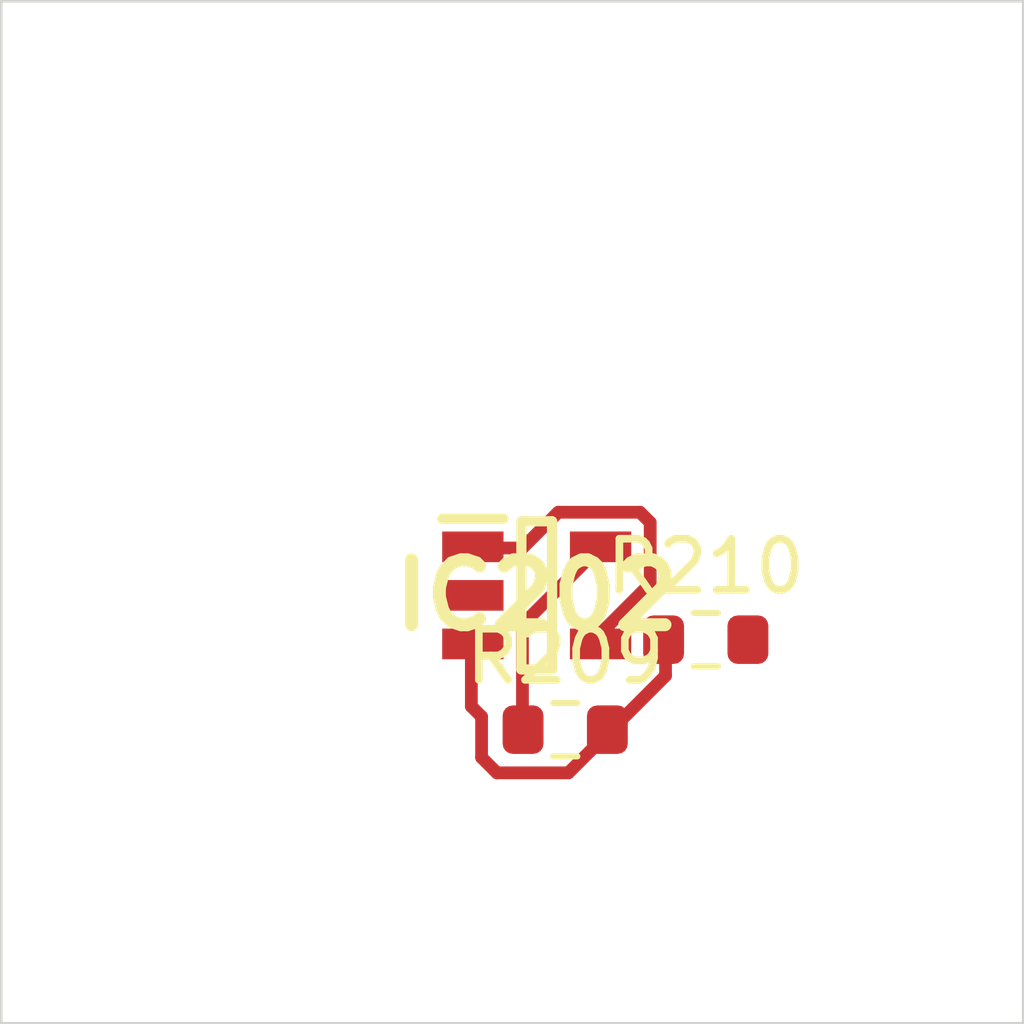
<source format=kicad_pcb>
 ( kicad_pcb  ( version 20171130 )
 ( host pcbnew 5.1.12-84ad8e8a86~92~ubuntu18.04.1 )
 ( general  ( thickness 1.6 )
 ( drawings 4 )
 ( tracks 0 )
 ( zones 0 )
 ( modules 3 )
 ( nets 5 )
)
 ( page A4 )
 ( layers  ( 0 F.Cu signal )
 ( 31 B.Cu signal )
 ( 32 B.Adhes user )
 ( 33 F.Adhes user )
 ( 34 B.Paste user )
 ( 35 F.Paste user )
 ( 36 B.SilkS user )
 ( 37 F.SilkS user )
 ( 38 B.Mask user )
 ( 39 F.Mask user )
 ( 40 Dwgs.User user )
 ( 41 Cmts.User user )
 ( 42 Eco1.User user )
 ( 43 Eco2.User user )
 ( 44 Edge.Cuts user )
 ( 45 Margin user )
 ( 46 B.CrtYd user )
 ( 47 F.CrtYd user )
 ( 48 B.Fab user )
 ( 49 F.Fab user )
)
 ( setup  ( last_trace_width 0.25 )
 ( trace_clearance 0.2 )
 ( zone_clearance 0.508 )
 ( zone_45_only no )
 ( trace_min 0.2 )
 ( via_size 0.8 )
 ( via_drill 0.4 )
 ( via_min_size 0.4 )
 ( via_min_drill 0.3 )
 ( uvia_size 0.3 )
 ( uvia_drill 0.1 )
 ( uvias_allowed no )
 ( uvia_min_size 0.2 )
 ( uvia_min_drill 0.1 )
 ( edge_width 0.05 )
 ( segment_width 0.2 )
 ( pcb_text_width 0.3 )
 ( pcb_text_size 1.5 1.5 )
 ( mod_edge_width 0.12 )
 ( mod_text_size 1 1 )
 ( mod_text_width 0.15 )
 ( pad_size 1.524 1.524 )
 ( pad_drill 0.762 )
 ( pad_to_mask_clearance 0 )
 ( aux_axis_origin 0 0 )
 ( visible_elements FFFFFF7F )
 ( pcbplotparams  ( layerselection 0x010fc_ffffffff )
 ( usegerberextensions false )
 ( usegerberattributes true )
 ( usegerberadvancedattributes true )
 ( creategerberjobfile true )
 ( excludeedgelayer true )
 ( linewidth 0.100000 )
 ( plotframeref false )
 ( viasonmask false )
 ( mode 1 )
 ( useauxorigin false )
 ( hpglpennumber 1 )
 ( hpglpenspeed 20 )
 ( hpglpendiameter 15.000000 )
 ( psnegative false )
 ( psa4output false )
 ( plotreference true )
 ( plotvalue true )
 ( plotinvisibletext false )
 ( padsonsilk false )
 ( subtractmaskfromsilk false )
 ( outputformat 1 )
 ( mirror false )
 ( drillshape 1 )
 ( scaleselection 1 )
 ( outputdirectory "" )
)
)
 ( net 0 "" )
 ( net 1 GND )
 ( net 2 VDDA )
 ( net 3 /Sheet6235D886/vp )
 ( net 4 "Net-(IC202-Pad3)" )
 ( net_class Default "This is the default net class."  ( clearance 0.2 )
 ( trace_width 0.25 )
 ( via_dia 0.8 )
 ( via_drill 0.4 )
 ( uvia_dia 0.3 )
 ( uvia_drill 0.1 )
 ( add_net /Sheet6235D886/vp )
 ( add_net GND )
 ( add_net "Net-(IC202-Pad3)" )
 ( add_net VDDA )
)
 ( module SOT95P280X145-5N locked  ( layer F.Cu )
 ( tedit 62336ED7 )
 ( tstamp 623423ED )
 ( at 90.479100 111.627000 )
 ( descr DBV0005A )
 ( tags "Integrated Circuit" )
 ( path /6235D887/6266C08E )
 ( attr smd )
 ( fp_text reference IC202  ( at 0 0 )
 ( layer F.SilkS )
 ( effects  ( font  ( size 1.27 1.27 )
 ( thickness 0.254 )
)
)
)
 ( fp_text value TL071HIDBVR  ( at 0 0 )
 ( layer F.SilkS )
hide  ( effects  ( font  ( size 1.27 1.27 )
 ( thickness 0.254 )
)
)
)
 ( fp_line  ( start -1.85 -1.5 )
 ( end -0.65 -1.5 )
 ( layer F.SilkS )
 ( width 0.2 )
)
 ( fp_line  ( start -0.3 1.45 )
 ( end -0.3 -1.45 )
 ( layer F.SilkS )
 ( width 0.2 )
)
 ( fp_line  ( start 0.3 1.45 )
 ( end -0.3 1.45 )
 ( layer F.SilkS )
 ( width 0.2 )
)
 ( fp_line  ( start 0.3 -1.45 )
 ( end 0.3 1.45 )
 ( layer F.SilkS )
 ( width 0.2 )
)
 ( fp_line  ( start -0.3 -1.45 )
 ( end 0.3 -1.45 )
 ( layer F.SilkS )
 ( width 0.2 )
)
 ( fp_line  ( start -0.8 -0.5 )
 ( end 0.15 -1.45 )
 ( layer Dwgs.User )
 ( width 0.1 )
)
 ( fp_line  ( start -0.8 1.45 )
 ( end -0.8 -1.45 )
 ( layer Dwgs.User )
 ( width 0.1 )
)
 ( fp_line  ( start 0.8 1.45 )
 ( end -0.8 1.45 )
 ( layer Dwgs.User )
 ( width 0.1 )
)
 ( fp_line  ( start 0.8 -1.45 )
 ( end 0.8 1.45 )
 ( layer Dwgs.User )
 ( width 0.1 )
)
 ( fp_line  ( start -0.8 -1.45 )
 ( end 0.8 -1.45 )
 ( layer Dwgs.User )
 ( width 0.1 )
)
 ( fp_line  ( start -2.1 1.775 )
 ( end -2.1 -1.775 )
 ( layer Dwgs.User )
 ( width 0.05 )
)
 ( fp_line  ( start 2.1 1.775 )
 ( end -2.1 1.775 )
 ( layer Dwgs.User )
 ( width 0.05 )
)
 ( fp_line  ( start 2.1 -1.775 )
 ( end 2.1 1.775 )
 ( layer Dwgs.User )
 ( width 0.05 )
)
 ( fp_line  ( start -2.1 -1.775 )
 ( end 2.1 -1.775 )
 ( layer Dwgs.User )
 ( width 0.05 )
)
 ( pad 1 smd rect  ( at -1.25 -0.95 90.000000 )
 ( size 0.6 1.2 )
 ( layers F.Cu F.Mask F.Paste )
 ( net 3 /Sheet6235D886/vp )
)
 ( pad 2 smd rect  ( at -1.25 0 90.000000 )
 ( size 0.6 1.2 )
 ( layers F.Cu F.Mask F.Paste )
 ( net 1 GND )
)
 ( pad 3 smd rect  ( at -1.25 0.95 90.000000 )
 ( size 0.6 1.2 )
 ( layers F.Cu F.Mask F.Paste )
 ( net 4 "Net-(IC202-Pad3)" )
)
 ( pad 4 smd rect  ( at 1.25 0.95 90.000000 )
 ( size 0.6 1.2 )
 ( layers F.Cu F.Mask F.Paste )
 ( net 3 /Sheet6235D886/vp )
)
 ( pad 5 smd rect  ( at 1.25 -0.95 90.000000 )
 ( size 0.6 1.2 )
 ( layers F.Cu F.Mask F.Paste )
 ( net 2 VDDA )
)
)
 ( module Resistor_SMD:R_0603_1608Metric  ( layer F.Cu )
 ( tedit 5F68FEEE )
 ( tstamp 62342595 )
 ( at 91.036900 114.255000 )
 ( descr "Resistor SMD 0603 (1608 Metric), square (rectangular) end terminal, IPC_7351 nominal, (Body size source: IPC-SM-782 page 72, https://www.pcb-3d.com/wordpress/wp-content/uploads/ipc-sm-782a_amendment_1_and_2.pdf), generated with kicad-footprint-generator" )
 ( tags resistor )
 ( path /6235D887/623CDBD9 )
 ( attr smd )
 ( fp_text reference R209  ( at 0 -1.43 )
 ( layer F.SilkS )
 ( effects  ( font  ( size 1 1 )
 ( thickness 0.15 )
)
)
)
 ( fp_text value 100k  ( at 0 1.43 )
 ( layer F.Fab )
 ( effects  ( font  ( size 1 1 )
 ( thickness 0.15 )
)
)
)
 ( fp_line  ( start -0.8 0.4125 )
 ( end -0.8 -0.4125 )
 ( layer F.Fab )
 ( width 0.1 )
)
 ( fp_line  ( start -0.8 -0.4125 )
 ( end 0.8 -0.4125 )
 ( layer F.Fab )
 ( width 0.1 )
)
 ( fp_line  ( start 0.8 -0.4125 )
 ( end 0.8 0.4125 )
 ( layer F.Fab )
 ( width 0.1 )
)
 ( fp_line  ( start 0.8 0.4125 )
 ( end -0.8 0.4125 )
 ( layer F.Fab )
 ( width 0.1 )
)
 ( fp_line  ( start -0.237258 -0.5225 )
 ( end 0.237258 -0.5225 )
 ( layer F.SilkS )
 ( width 0.12 )
)
 ( fp_line  ( start -0.237258 0.5225 )
 ( end 0.237258 0.5225 )
 ( layer F.SilkS )
 ( width 0.12 )
)
 ( fp_line  ( start -1.48 0.73 )
 ( end -1.48 -0.73 )
 ( layer F.CrtYd )
 ( width 0.05 )
)
 ( fp_line  ( start -1.48 -0.73 )
 ( end 1.48 -0.73 )
 ( layer F.CrtYd )
 ( width 0.05 )
)
 ( fp_line  ( start 1.48 -0.73 )
 ( end 1.48 0.73 )
 ( layer F.CrtYd )
 ( width 0.05 )
)
 ( fp_line  ( start 1.48 0.73 )
 ( end -1.48 0.73 )
 ( layer F.CrtYd )
 ( width 0.05 )
)
 ( fp_text user %R  ( at 0 0 )
 ( layer F.Fab )
 ( effects  ( font  ( size 0.4 0.4 )
 ( thickness 0.06 )
)
)
)
 ( pad 1 smd roundrect  ( at -0.825 0 )
 ( size 0.8 0.95 )
 ( layers F.Cu F.Mask F.Paste )
 ( roundrect_rratio 0.25 )
 ( net 2 VDDA )
)
 ( pad 2 smd roundrect  ( at 0.825 0 )
 ( size 0.8 0.95 )
 ( layers F.Cu F.Mask F.Paste )
 ( roundrect_rratio 0.25 )
 ( net 4 "Net-(IC202-Pad3)" )
)
 ( model ${KISYS3DMOD}/Resistor_SMD.3dshapes/R_0603_1608Metric.wrl  ( at  ( xyz 0 0 0 )
)
 ( scale  ( xyz 1 1 1 )
)
 ( rotate  ( xyz 0 0 0 )
)
)
)
 ( module Resistor_SMD:R_0603_1608Metric  ( layer F.Cu )
 ( tedit 5F68FEEE )
 ( tstamp 623425A6 )
 ( at 93.787500 112.494000 )
 ( descr "Resistor SMD 0603 (1608 Metric), square (rectangular) end terminal, IPC_7351 nominal, (Body size source: IPC-SM-782 page 72, https://www.pcb-3d.com/wordpress/wp-content/uploads/ipc-sm-782a_amendment_1_and_2.pdf), generated with kicad-footprint-generator" )
 ( tags resistor )
 ( path /6235D887/623CDBDF )
 ( attr smd )
 ( fp_text reference R210  ( at 0 -1.43 )
 ( layer F.SilkS )
 ( effects  ( font  ( size 1 1 )
 ( thickness 0.15 )
)
)
)
 ( fp_text value 100k  ( at 0 1.43 )
 ( layer F.Fab )
 ( effects  ( font  ( size 1 1 )
 ( thickness 0.15 )
)
)
)
 ( fp_line  ( start 1.48 0.73 )
 ( end -1.48 0.73 )
 ( layer F.CrtYd )
 ( width 0.05 )
)
 ( fp_line  ( start 1.48 -0.73 )
 ( end 1.48 0.73 )
 ( layer F.CrtYd )
 ( width 0.05 )
)
 ( fp_line  ( start -1.48 -0.73 )
 ( end 1.48 -0.73 )
 ( layer F.CrtYd )
 ( width 0.05 )
)
 ( fp_line  ( start -1.48 0.73 )
 ( end -1.48 -0.73 )
 ( layer F.CrtYd )
 ( width 0.05 )
)
 ( fp_line  ( start -0.237258 0.5225 )
 ( end 0.237258 0.5225 )
 ( layer F.SilkS )
 ( width 0.12 )
)
 ( fp_line  ( start -0.237258 -0.5225 )
 ( end 0.237258 -0.5225 )
 ( layer F.SilkS )
 ( width 0.12 )
)
 ( fp_line  ( start 0.8 0.4125 )
 ( end -0.8 0.4125 )
 ( layer F.Fab )
 ( width 0.1 )
)
 ( fp_line  ( start 0.8 -0.4125 )
 ( end 0.8 0.4125 )
 ( layer F.Fab )
 ( width 0.1 )
)
 ( fp_line  ( start -0.8 -0.4125 )
 ( end 0.8 -0.4125 )
 ( layer F.Fab )
 ( width 0.1 )
)
 ( fp_line  ( start -0.8 0.4125 )
 ( end -0.8 -0.4125 )
 ( layer F.Fab )
 ( width 0.1 )
)
 ( fp_text user %R  ( at 0 0 )
 ( layer F.Fab )
 ( effects  ( font  ( size 0.4 0.4 )
 ( thickness 0.06 )
)
)
)
 ( pad 2 smd roundrect  ( at 0.825 0 )
 ( size 0.8 0.95 )
 ( layers F.Cu F.Mask F.Paste )
 ( roundrect_rratio 0.25 )
 ( net 1 GND )
)
 ( pad 1 smd roundrect  ( at -0.825 0 )
 ( size 0.8 0.95 )
 ( layers F.Cu F.Mask F.Paste )
 ( roundrect_rratio 0.25 )
 ( net 4 "Net-(IC202-Pad3)" )
)
 ( model ${KISYS3DMOD}/Resistor_SMD.3dshapes/R_0603_1608Metric.wrl  ( at  ( xyz 0 0 0 )
)
 ( scale  ( xyz 1 1 1 )
)
 ( rotate  ( xyz 0 0 0 )
)
)
)
 ( gr_line  ( start 100 100 )
 ( end 100 120 )
 ( layer Edge.Cuts )
 ( width 0.05 )
 ( tstamp 62E770C4 )
)
 ( gr_line  ( start 80 120 )
 ( end 100 120 )
 ( layer Edge.Cuts )
 ( width 0.05 )
 ( tstamp 62E770C0 )
)
 ( gr_line  ( start 80 100 )
 ( end 100 100 )
 ( layer Edge.Cuts )
 ( width 0.05 )
 ( tstamp 6234110C )
)
 ( gr_line  ( start 80 100 )
 ( end 80 120 )
 ( layer Edge.Cuts )
 ( width 0.05 )
)
 ( segment  ( start 90.200001 114.300002 )
 ( end 90.200001 112.200002 )
 ( width 0.250000 )
 ( layer F.Cu )
 ( net 2 )
)
 ( segment  ( start 90.200001 112.200002 )
 ( end 91.700001 110.700002 )
 ( width 0.250000 )
 ( layer F.Cu )
 ( net 2 )
)
 ( segment  ( start 91.700001 112.600002 )
 ( end 91.700001 112.400002 )
 ( width 0.250000 )
 ( layer F.Cu )
 ( net 3 )
)
 ( segment  ( start 91.700001 112.400002 )
 ( end 92.700001 111.400002 )
 ( width 0.250000 )
 ( layer F.Cu )
 ( net 3 )
)
 ( segment  ( start 92.700001 111.400002 )
 ( end 92.700001 110.200002 )
 ( width 0.250000 )
 ( layer F.Cu )
 ( net 3 )
)
 ( segment  ( start 92.700001 110.200002 )
 ( end 92.500001 110.000002 )
 ( width 0.250000 )
 ( layer F.Cu )
 ( net 3 )
)
 ( segment  ( start 92.500001 110.000002 )
 ( end 90.900001 110.000002 )
 ( width 0.250000 )
 ( layer F.Cu )
 ( net 3 )
)
 ( segment  ( start 90.900001 110.000002 )
 ( end 90.200001 110.700002 )
 ( width 0.250000 )
 ( layer F.Cu )
 ( net 3 )
)
 ( segment  ( start 90.200001 110.700002 )
 ( end 89.200001 110.700002 )
 ( width 0.250000 )
 ( layer F.Cu )
 ( net 3 )
)
 ( segment  ( start 91.900001 114.300002 )
 ( end 91.100001 115.100002 )
 ( width 0.250000 )
 ( layer F.Cu )
 ( net 4 )
)
 ( segment  ( start 91.100001 115.100002 )
 ( end 89.700001 115.100002 )
 ( width 0.250000 )
 ( layer F.Cu )
 ( net 4 )
)
 ( segment  ( start 89.700001 115.100002 )
 ( end 89.400001 114.800002 )
 ( width 0.250000 )
 ( layer F.Cu )
 ( net 4 )
)
 ( segment  ( start 89.400001 114.800002 )
 ( end 89.400001 114.000002 )
 ( width 0.250000 )
 ( layer F.Cu )
 ( net 4 )
)
 ( segment  ( start 89.400001 114.000002 )
 ( end 89.200001 113.800002 )
 ( width 0.250000 )
 ( layer F.Cu )
 ( net 4 )
)
 ( segment  ( start 89.200001 113.800002 )
 ( end 89.200001 112.600002 )
 ( width 0.250000 )
 ( layer F.Cu )
 ( net 4 )
)
 ( segment  ( start 93.000001 112.500002 )
 ( end 93.000001 113.200002 )
 ( width 0.250000 )
 ( layer F.Cu )
 ( net 4 )
)
 ( segment  ( start 93.000001 113.200002 )
 ( end 91.900001 114.300002 )
 ( width 0.250000 )
 ( layer F.Cu )
 ( net 4 )
)
)

</source>
